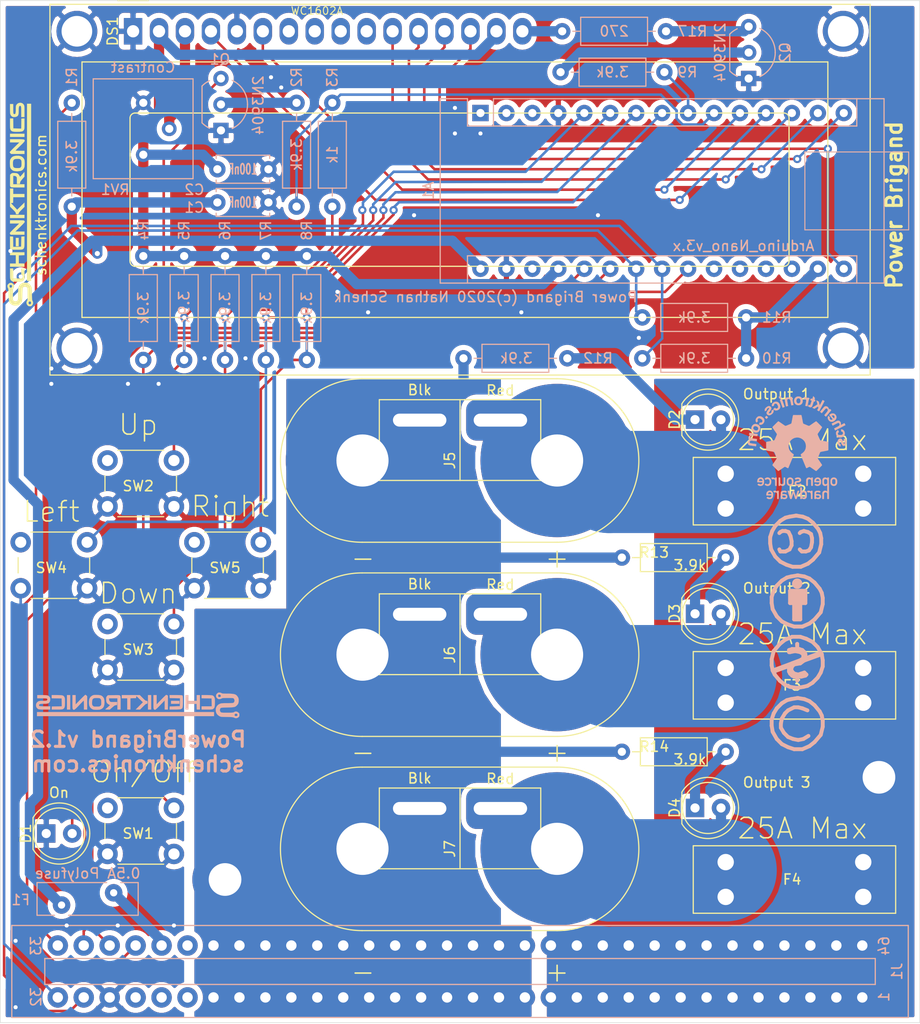
<source format=kicad_pcb>
(kicad_pcb (version 20171130) (host pcbnew "(5.1.5)-3")
  (title_block (title "PowerBrigand PCB") (date 2020-08-08) (rev 1.2) (company "N. Schenk") (comment 1 "(c) 2020") (comment 2 cc-by-nc-sa))
  (layers (0 F.Cu signal) (31 B.Cu signal) (34 B.Paste user hide) (35 F.Paste user hide) (36 B.SilkS user) (37 F.SilkS user) (38 B.Mask user) (39 F.Mask user hide) (44 Edge.Cuts user))
  (net 0 "")
  (net 1 "Net-(A1-Pad1)")
  (net 2 +3V3)
  (net 3 "Net-(A1-Pad2)")
  (net 4 "Net-(A1-Pad18)")
  (net 5 "Net-(A1-Pad3)")
  (net 6 "Net-(A1-Pad19)")
  (net 7 GND)
  (net 8 "Net-(A1-Pad20)")
  (net 9 Up)
  (net 10 "Net-(A1-Pad21)")
  (net 11 Down)
  (net 12 OnOff)
  (net 13 Left)
  (net 14 SDA)
  (net 15 Right)
  (net 16 SCL)
  (net 17 lcdBL)
  (net 18 PsOk)
  (net 19 PsOnS)
  (net 20 Imon)
  (net 21 lcdE)
  (net 22 +5V)
  (net 23 lcdRS)
  (net 24 "Net-(A1-Pad28)")
  (net 25 lcd4)
  (net 26 lcd5)
  (net 27 +12V)
  (net 28 lcd6)
  (net 29 lcd7)
  (net 30 "Net-(D1-Pad2)")
  (net 31 "Net-(D2-Pad2)")
  (net 32 GNDPWR)
  (net 33 "Net-(D3-Pad2)")
  (net 34 "Net-(D4-Pad2)")
  (net 35 "Net-(DS1-Pad3)")
  (net 36 "Net-(DS1-Pad7)")
  (net 37 "Net-(DS1-Pad8)")
  (net 38 "Net-(DS1-Pad9)")
  (net 39 "Net-(DS1-Pad10)")
  (net 40 "Net-(DS1-Pad16)")
  (net 41 "Net-(F1-Pad2)")
  (net 42 +12P)
  (net 43 Adr0)
  (net 44 Adr1)
  (net 45 Adr2)
  (net 46 PsOn)
  (net 47 "Net-(J1-Pad36)")
  (net 48 PsInterrupt)
  (net 49 "Net-(Q1-Pad2)")
  (net 50 "Net-(Q2-Pad2)")
  (net 51 "Net-(Q2-Pad3)")
  (net 52 "Net-(D2-Pad1)")
  (net 53 "Net-(D3-Pad1)")
  (net 54 "Net-(D4-Pad1)")
  (module _NTSFootprints:Symbol_CC-Noncommercial_SilkTop_Small (layer B.Cu) (at 175.764 94.41)
    (fp_text reference REF** hide)
    (fp_text value Symbol_CC-Noncommercial_SilkTop_Small hide)
  )
  (module MountingHole:MountingHole_3.2mm_M3_Pad (layer F.Cu) (at 119.764 115.66)
    (fp_text reference REF** hide)
    (fp_text value MountingHole_3.2mm_M3_Pad)
    (pad 1 thru_hole circle (at 0 0) (size 6.4 6.4) (drill 3.2) (layers *.Cu *.Mask) (net 32 GNDPWR))
  )
  (module MountingHole:MountingHole_3.2mm_M3_Pad (layer F.Cu) (at 183.764 105.66)
    (fp_text reference REF** hide)
    (fp_text value MountingHole_3.2mm_M3_Pad)
    (pad 1 thru_hole circle (at 0 0) (size 6.4 6.4) (drill 3.2) (layers *.Cu *.Mask) (net 42 +12P))
  )
  (module Package_TO_SOT_THT:TO-92_Inline_Wide (layer B.Cu) (at 171.014 37.28 90)
    (fp_text reference Q2 (at 2.54 3.56 90) (layer B.SilkS) (effects (justify mirror)))
    (fp_text value 2N3904 (at 2.54 -2.79 90) (layer B.SilkS) (effects (justify mirror)))
    (pad 1 thru_hole rect (at 0 0) (size 1.5 1.5) (drill 0.8) (layers *.Cu *.Mask) (net 7 GND))
    (pad 3 thru_hole circle (at 5.08 0) (size 1.5 1.5) (drill 0.8) (layers *.Cu *.Mask) (net 51 "Net-(Q2-Pad3)"))
    (pad 2 thru_hole circle (at 2.54 0) (size 1.5 1.5) (drill 0.8) (layers *.Cu *.Mask) (net 50 "Net-(Q2-Pad2)"))
  )
  (module Package_TO_SOT_THT:TO-92_Inline_Wide (layer B.Cu) (at 119.364 42.36 90)
    (fp_text reference Q1 (at 6.95 -0.1 180) (layer B.SilkS) (effects (justify mirror)))
    (fp_text value 2N3904 (at 2.45 3.65 90) (layer B.SilkS) (effects (justify mirror)))
    (pad 1 thru_hole rect (at 0 0) (size 1.5 1.5) (drill 0.8) (layers *.Cu *.Mask) (net 7 GND))
    (pad 3 thru_hole circle (at 5.08 0) (size 1.5 1.5) (drill 0.8) (layers *.Cu *.Mask) (net 46 PsOn))
    (pad 2 thru_hole circle (at 2.54 0) (size 1.5 1.5) (drill 0.8) (layers *.Cu *.Mask) (net 49 "Net-(Q1-Pad2)"))
  )
  (module _NTSFootprints:SchentronicsLogo (layer F.Cu) (at 99.764 49.66 90)
    (fp_text reference G*** hide)
    (fp_text value LOGO hide)
  )
  (module _NTSFootprints:SchentronicsLogo (layer B.Cu) (at 111.264 98.66 180)
    (fp_text reference G*** hide)
    (fp_text value LOGO hide)
  )
  (module _NTSFootprints:Symbol_CreativeCommons_CopperTop_Type2_Small (layer B.Cu) (at 175.764 82.66 180)
    (fp_text reference REF** hide)
    (fp_text value Symbol_CreativeCommons_SilkTop_Type2_Small hide)
  )
  (module _NTSFootprints:Symbol_CC-ShareAlike_SilkTop_Small (layer B.Cu) (at 175.764 100.41 180)
    (fp_text reference REF** hide)
    (fp_text value Symbol_CC-ShareAlike_SilkTop_Small hide)
  )
  (module _NTSFootprints:Symbol_CC-Attribution_SilkTop_Small (layer B.Cu) (at 175.764 88.41 180)
    (fp_text reference REF** hide)
    (fp_text value Symbol_CC-Attribution_SilkTop_Small hide)
  )
  (module _NTSFootprints:schenktronics.com_OSHW_Logo_11x11mm (layer B.Cu) (at 175.764 73.16 180)
    (fp_text reference G*** hide)
    (fp_text value LOGO hide)
  )
  (module _NTSFootprints:FuseHolder_Keystone_3557-2 (layer F.Cu) (at 168.764 77.66 90)
    (fp_text reference F2 (at 0 7) (layer F.SilkS))
    (fp_text value "25A Max" (at 5 7.5) (layer F.SilkS) (effects (font (size 2 2))))
    (pad 2 thru_hole circle (at -1.7018 13.462 90) (size 3.175 3.175) (drill 1.6002) (layers *.Cu *.Mask) (net 42 +12P))
    (pad 2 thru_hole circle (at 1.7018 13.462 90) (size 3.175 3.175) (drill 1.6002) (layers *.Cu *.Mask) (net 42 +12P))
    (pad 1 thru_hole circle (at 1.7018 0 90) (size 3.175 3.175) (drill 1.6002) (layers *.Cu *.Mask) (net 31 "Net-(D2-Pad2)"))
    (pad 1 thru_hole circle (at -1.7018 0 90) (size 3.175 3.175) (drill 1.6002) (layers *.Cu *.Mask) (net 31 "Net-(D2-Pad2)"))
  )
  (module _NTSFootprints:FuseHolder_Keystone_3557-2 (layer F.Cu) (at 168.764 96.66 90)
    (fp_text reference F3 (at 0 6.5) (layer F.SilkS))
    (fp_text value "25A Max" (at 5 7.5) (layer F.SilkS) (effects (font (size 2 2))))
    (pad 2 thru_hole circle (at -1.7018 13.462 90) (size 3.175 3.175) (drill 1.6002) (layers *.Cu *.Mask) (net 42 +12P))
    (pad 2 thru_hole circle (at 1.7018 13.462 90) (size 3.175 3.175) (drill 1.6002) (layers *.Cu *.Mask) (net 42 +12P))
    (pad 1 thru_hole circle (at 1.7018 0 90) (size 3.175 3.175) (drill 1.6002) (layers *.Cu *.Mask) (net 33 "Net-(D3-Pad2)"))
    (pad 1 thru_hole circle (at -1.7018 0 90) (size 3.175 3.175) (drill 1.6002) (layers *.Cu *.Mask) (net 33 "Net-(D3-Pad2)"))
  )
  (module _NTSFootprints:FuseHolder_Keystone_3557-2 (layer F.Cu) (at 168.764 115.66 90)
    (fp_text reference F4 (at 0 6.5) (layer F.SilkS))
    (fp_text value "25A Max" (at 5 7.5) (layer F.SilkS) (effects (font (size 2 2))))
    (pad 2 thru_hole circle (at -1.7018 13.462 90) (size 3.175 3.175) (drill 1.6002) (layers *.Cu *.Mask) (net 42 +12P))
    (pad 2 thru_hole circle (at 1.7018 13.462 90) (size 3.175 3.175) (drill 1.6002) (layers *.Cu *.Mask) (net 42 +12P))
    (pad 1 thru_hole circle (at 1.7018 0 90) (size 3.175 3.175) (drill 1.6002) (layers *.Cu *.Mask) (net 34 "Net-(D4-Pad2)"))
    (pad 1 thru_hole circle (at -1.7018 0 90) (size 3.175 3.175) (drill 1.6002) (layers *.Cu *.Mask) (net 34 "Net-(D4-Pad2)"))
  )
  (module _NTSFootprints:Arduino_Nano (layer B.Cu) (at 144.764 40.66 270)
    (fp_text reference A1 (at 7.62 5.08 90) (layer B.SilkS) (effects (justify mirror)))
    (fp_text value Arduino_Nano_v3.x (at 13 -25.75 180) (layer B.SilkS) (effects (justify mirror)))
    (pad 16 thru_hole oval (at 15.24 -35.56 270) (size 1.6 1.6) (drill 0.8) (layers *.Cu *.Mask) (net 29 lcd7))
    (pad 15 thru_hole oval (at 0 -35.56 270) (size 1.6 1.6) (drill 0.8) (layers *.Cu *.Mask) (net 28 lcd6))
    (pad 30 thru_hole oval (at 15.24 0 270) (size 1.6 1.6) (drill 0.8) (layers *.Cu *.Mask) (net 27 +12V))
    (pad 14 thru_hole oval (at 0 -33.02 270) (size 1.6 1.6) (drill 0.8) (layers *.Cu *.Mask) (net 26 lcd5))
    (pad 29 thru_hole oval (at 15.24 -2.54 270) (size 1.6 1.6) (drill 0.8) (layers *.Cu *.Mask) (net 7 GND))
    (pad 13 thru_hole oval (at 0 -30.48 270) (size 1.6 1.6) (drill 0.8) (layers *.Cu *.Mask) (net 25 lcd4))
    (pad 28 thru_hole oval (at 15.24 -5.08 270) (size 1.6 1.6) (drill 0.8) (layers *.Cu *.Mask) (net 24 "Net-(A1-Pad28)"))
    (pad 12 thru_hole oval (at 0 -27.94 270) (size 1.6 1.6) (drill 0.8) (layers *.Cu *.Mask) (net 23 lcdRS))
    (pad 27 thru_hole oval (at 15.24 -7.62 270) (size 1.6 1.6) (drill 0.8) (layers *.Cu *.Mask) (net 22 +5V))
    (pad 11 thru_hole oval (at 0 -25.4 270) (size 1.6 1.6) (drill 0.8) (layers *.Cu *.Mask) (net 21 lcdE))
    (pad 26 thru_hole oval (at 15.24 -10.16 270) (size 1.6 1.6) (drill 0.8) (layers *.Cu *.Mask) (net 20 Imon))
    (pad 10 thru_hole oval (at 0 -22.86 270) (size 1.6 1.6) (drill 0.8) (layers *.Cu *.Mask) (net 19 PsOnS))
    (pad 25 thru_hole oval (at 15.24 -12.7 270) (size 1.6 1.6) (drill 0.8) (layers *.Cu *.Mask) (net 18 PsOk))
    (pad 9 thru_hole oval (at 0 -20.32 270) (size 1.6 1.6) (drill 0.8) (layers *.Cu *.Mask) (net 17 lcdBL))
    (pad 24 thru_hole oval (at 15.24 -15.24 270) (size 1.6 1.6) (drill 0.8) (layers *.Cu *.Mask) (net 16 SCL))
    (pad 8 thru_hole oval (at 0 -17.78 270) (size 1.6 1.6) (drill 0.8) (layers *.Cu *.Mask) (net 15 Right))
    (pad 23 thru_hole oval (at 15.24 -17.78 270) (size 1.6 1.6) (drill 0.8) (layers *.Cu *.Mask) (net 14 SDA))
    (pad 7 thru_hole oval (at 0 -15.24 270) (size 1.6 1.6) (drill 0.8) (layers *.Cu *.Mask) (net 13 Left))
    (pad 22 thru_hole oval (at 15.24 -20.32 270) (size 1.6 1.6) (drill 0.8) (layers *.Cu *.Mask) (net 12 OnOff))
    (pad 6 thru_hole oval (at 0 -12.7 270) (size 1.6 1.6) (drill 0.8) (layers *.Cu *.Mask) (net 11 Down))
    (pad 21 thru_hole oval (at 15.24 -22.86 270) (size 1.6 1.6) (drill 0.8) (layers *.Cu *.Mask) (net 10 "Net-(A1-Pad21)"))
    (pad 5 thru_hole oval (at 0 -10.16 270) (size 1.6 1.6) (drill 0.8) (layers *.Cu *.Mask) (net 9 Up))
    (pad 20 thru_hole oval (at 15.24 -25.4 270) (size 1.6 1.6) (drill 0.8) (layers *.Cu *.Mask) (net 8 "Net-(A1-Pad20)"))
    (pad 4 thru_hole oval (at 0 -7.62 270) (size 1.6 1.6) (drill 0.8) (layers *.Cu *.Mask) (net 7 GND))
    (pad 19 thru_hole oval (at 15.24 -27.94 270) (size 1.6 1.6) (drill 0.8) (layers *.Cu *.Mask) (net 6 "Net-(A1-Pad19)"))
    (pad 3 thru_hole oval (at 0 -5.08 270) (size 1.6 1.6) (drill 0.8) (layers *.Cu *.Mask) (net 5 "Net-(A1-Pad3)"))
    (pad 18 thru_hole oval (at 15.24 -30.48 270) (size 1.6 1.6) (drill 0.8) (layers *.Cu *.Mask) (net 4 "Net-(A1-Pad18)"))
    (pad 2 thru_hole oval (at 0 -2.54 270) (size 1.6 1.6) (drill 0.8) (layers *.Cu *.Mask) (net 3 "Net-(A1-Pad2)"))
    (pad 17 thru_hole oval (at 15.24 -33.02 270) (size 1.6 1.6) (drill 0.8) (layers *.Cu *.Mask) (net 2 +3V3))
    (pad 1 thru_hole rect (at 0 0 270) (size 1.6 1.6) (drill 0.8) (layers *.Cu *.Mask) (net 1 "Net-(A1-Pad1)"))
  )
  (module _NTSFootprints:BindingPost_Keystone_7019 (layer F.Cu) (at 152.264 74.66 180)
    (fp_text reference J2 hide)
    (fp_text value "Binding Post")
    (pad 2 thru_hole circle (at 19.048 0 180) (size 15 15) (drill 5.1) (layers *.Cu *.Mask) (net 32 GNDPWR))
    (pad 1 thru_hole circle (at 0 0 180) (size 15 15) (drill 5.1) (layers *.Cu *.Mask) (net 31 "Net-(D2-Pad2)"))
  )
  (module _NTSFootprints:BindingPost_Keystone_7019 (layer F.Cu) (at 152.264 93.66 180)
    (fp_text reference J3 hide)
    (fp_text value "Binding Post")
    (pad 2 thru_hole circle (at 19.048 0 180) (size 15 15) (drill 5.1) (layers *.Cu *.Mask) (net 32 GNDPWR))
    (pad 1 thru_hole circle (at 0 0 180) (size 15 15) (drill 5.1) (layers *.Cu *.Mask) (net 33 "Net-(D3-Pad2)"))
  )
  (module _NTSFootprints:BindingPost_Keystone_7019 (layer F.Cu) (at 152.264 112.66 180)
    (fp_text reference J4 hide)
    (fp_text value "Binding Post")
    (pad 2 thru_hole circle (at 19.048 0 180) (size 15 15) (drill 5.1) (layers *.Cu *.Mask) (net 32 GNDPWR))
    (pad 1 thru_hole circle (at 0 0 180) (size 15 15) (drill 5.1) (layers *.Cu *.Mask) (net 34 "Net-(D4-Pad2)"))
  )
  (module LED_THT:LED_D5.0mm (layer F.Cu) (at 102.264 111.16)
    (fp_text reference D1 (at -2 0 -270 unlocked) (layer F.SilkS))
    (fp_text value On (at 1.25 -4) (layer F.SilkS))
    (pad 1 thru_hole rect (at 0 0) (size 1.8 1.8) (drill 0.9) (layers *.Cu *.Mask) (net 7 GND))
    (pad 2 thru_hole circle (at 2.54 0) (size 1.8 1.8) (drill 0.9) (layers *.Cu *.Mask) (net 30 "Net-(D1-Pad2)"))
  )
  (module LED_THT:LED_D5.0mm (layer F.Cu) (at 165.764 70.66)
    (fp_text reference D2 (at -2 0 90 unlocked) (layer F.SilkS))
    (fp_text value "Output 1" (at 8 -2.5) (layer F.SilkS))
    (pad 2 thru_hole circle (at 2.54 0) (size 1.8 1.8) (drill 0.9) (layers *.Cu *.Mask) (net 31 "Net-(D2-Pad2)"))
    (pad 1 thru_hole rect (at 0 0) (size 1.8 1.8) (drill 0.9) (layers *.Cu *.Mask) (net 52 "Net-(D2-Pad1)"))
  )
  (module LED_THT:LED_D5.0mm (layer F.Cu) (at 165.764 89.66)
    (fp_text reference D3 (at -2 0 90 unlocked) (layer F.SilkS))
    (fp_text value "Output 2" (at 8 -2.5) (layer F.SilkS))
    (pad 1 thru_hole rect (at 0 0) (size 1.8 1.8) (drill 0.9) (layers *.Cu *.Mask) (net 53 "Net-(D3-Pad1)"))
    (pad 2 thru_hole circle (at 2.54 0) (size 1.8 1.8) (drill 0.9) (layers *.Cu *.Mask) (net 33 "Net-(D3-Pad2)"))
  )
  (module LED_THT:LED_D5.0mm (layer F.Cu) (at 165.764 108.66)
    (fp_text reference D4 (at -2 0 90 unlocked) (layer F.SilkS))
    (fp_text value "Output 3" (at 8 -2.5) (layer F.SilkS))
    (pad 2 thru_hole circle (at 2.54 0) (size 1.8 1.8) (drill 0.9) (layers *.Cu *.Mask) (net 34 "Net-(D4-Pad2)"))
    (pad 1 thru_hole rect (at 0 0) (size 1.8 1.8) (drill 0.9) (layers *.Cu *.Mask) (net 54 "Net-(D4-Pad1)"))
  )
  (module Fuse:Fuse_Bourns_MF-RHT100 (layer B.Cu) (at 103.764 118.16)
    (fp_text reference F1 (at -4 -0.5) (layer B.SilkS) (effects (justify mirror)))
    (fp_text value "0.5A Polyfuse" (at 2.55 -3.1) (layer B.SilkS) (effects (justify mirror)))
    (pad 1 thru_hole circle (at 0 0) (size 1.71 1.71) (drill 0.71) (layers *.Cu *.Mask) (net 27 +12V))
    (pad 2 thru_hole circle (at 5.1 -1.2) (size 1.71 1.71) (drill 0.71) (layers *.Cu *.Mask) (net 41 "Net-(F1-Pad2)"))
  )
  (module Resistor_THT:R_Axial_DIN0207_L6.3mm_D2.5mm_P10.16mm_Horizontal (layer B.Cu) (at 104.764 49.82 90)
    (fp_text reference R1 (at 12.66 0 270) (layer B.SilkS) (effects (justify mirror)))
    (fp_text value 3.9k (at 4.91 0 270) (layer B.SilkS) (effects (justify mirror)))
    (pad 1 thru_hole circle (at 0 0 90) (size 1.6 1.6) (drill 0.8) (layers *.Cu *.Mask) (net 27 +12V))
    (pad 2 thru_hole oval (at 10.16 0 90) (size 1.6 1.6) (drill 0.8) (layers *.Cu *.Mask) (net 47 "Net-(J1-Pad36)"))
  )
  (module Resistor_THT:R_Axial_DIN0207_L6.3mm_D2.5mm_P10.16mm_Horizontal (layer B.Cu) (at 126.764 39.66 270)
    (fp_text reference R2 (at -2.5 0 90) (layer B.SilkS) (effects (justify mirror)))
    (fp_text value 3.9k (at 5.08 0 90) (layer B.SilkS) (effects (justify mirror)))
    (pad 2 thru_hole oval (at 10.16 0 270) (size 1.6 1.6) (drill 0.8) (layers *.Cu *.Mask) (net 19 PsOnS))
    (pad 1 thru_hole circle (at 0 0 270) (size 1.6 1.6) (drill 0.8) (layers *.Cu *.Mask) (net 49 "Net-(Q1-Pad2)"))
  )
  (module Resistor_THT:R_Axial_DIN0207_L6.3mm_D2.5mm_P10.16mm_Horizontal (layer B.Cu) (at 130.264 39.66 270)
    (fp_text reference R3 (at -2.5 0 90) (layer B.SilkS) (effects (justify mirror)))
    (fp_text value 1k (at 5.08 0 90) (layer B.SilkS) (effects (justify mirror)))
    (pad 2 thru_hole oval (at 10.16 0 270) (size 1.6 1.6) (drill 0.8) (layers *.Cu *.Mask) (net 30 "Net-(D1-Pad2)"))
    (pad 1 thru_hole circle (at 0 0 270) (size 1.6 1.6) (drill 0.8) (layers *.Cu *.Mask) (net 19 PsOnS))
  )
  (module Resistor_THT:R_Axial_DIN0207_L6.3mm_D2.5mm_P10.16mm_Horizontal (layer B.Cu) (at 111.764 54.66 270)
    (fp_text reference R4 (at -2.5 0 90) (layer B.SilkS) (effects (justify mirror)))
    (fp_text value 3.9k (at 5.08 0 90) (layer B.SilkS) (effects (justify mirror)))
    (pad 1 thru_hole circle (at 0 0 270) (size 1.6 1.6) (drill 0.8) (layers *.Cu *.Mask) (net 22 +5V))
    (pad 2 thru_hole oval (at 10.16 0 270) (size 1.6 1.6) (drill 0.8) (layers *.Cu *.Mask) (net 12 OnOff))
  )
  (module Resistor_THT:R_Axial_DIN0207_L6.3mm_D2.5mm_P10.16mm_Horizontal (layer B.Cu) (at 115.764 54.66 270)
    (fp_text reference R5 (at -2.5 0 90) (layer B.SilkS) (effects (justify mirror)))
    (fp_text value 3.9k (at 5 0 90) (layer B.SilkS) (effects (justify mirror)))
    (pad 2 thru_hole oval (at 10.16 0 270) (size 1.6 1.6) (drill 0.8) (layers *.Cu *.Mask) (net 9 Up))
    (pad 1 thru_hole circle (at 0 0 270) (size 1.6 1.6) (drill 0.8) (layers *.Cu *.Mask) (net 22 +5V))
  )
  (module Resistor_THT:R_Axial_DIN0207_L6.3mm_D2.5mm_P10.16mm_Horizontal (layer B.Cu) (at 119.764 54.66 270)
    (fp_text reference R6 (at -2.5 0 90) (layer B.SilkS) (effects (justify mirror)))
    (fp_text value 3.9k (at 5.08 0 90) (layer B.SilkS) (effects (justify mirror)))
    (pad 1 thru_hole circle (at 0 0 270) (size 1.6 1.6) (drill 0.8) (layers *.Cu *.Mask) (net 22 +5V))
    (pad 2 thru_hole oval (at 10.16 0 270) (size 1.6 1.6) (drill 0.8) (layers *.Cu *.Mask) (net 11 Down))
  )
  (module Resistor_THT:R_Axial_DIN0207_L6.3mm_D2.5mm_P10.16mm_Horizontal (layer B.Cu) (at 123.764 54.66 270)
    (fp_text reference R7 (at -2.5 0 90) (layer B.SilkS) (effects (justify mirror)))
    (fp_text value 3.9k (at 5.08 0 90) (layer B.SilkS) (effects (justify mirror)))
    (pad 2 thru_hole oval (at 10.16 0 270) (size 1.6 1.6) (drill 0.8) (layers *.Cu *.Mask) (net 13 Left))
    (pad 1 thru_hole circle (at 0 0 270) (size 1.6 1.6) (drill 0.8) (layers *.Cu *.Mask) (net 22 +5V))
  )
  (module Resistor_THT:R_Axial_DIN0207_L6.3mm_D2.5mm_P10.16mm_Horizontal (layer B.Cu) (at 127.764 54.66 270)
    (fp_text reference R8 (at -2.5 0 90) (layer B.SilkS) (effects (justify mirror)))
    (fp_text value 3.9k (at 5.08 0 90) (layer B.SilkS) (effects (justify mirror)))
    (pad 1 thru_hole circle (at 0 0 270) (size 1.6 1.6) (drill 0.8) (layers *.Cu *.Mask) (net 22 +5V))
    (pad 2 thru_hole oval (at 10.16 0 270) (size 1.6 1.6) (drill 0.8) (layers *.Cu *.Mask) (net 15 Right))
  )
  (module Resistor_THT:R_Axial_DIN0207_L6.3mm_D2.5mm_P10.16mm_Horizontal (layer B.Cu) (at 152.604 36.66)
    (fp_text reference R9 (at 12.41 0 180) (layer B.SilkS) (effects (justify mirror)))
    (fp_text value 3.9k (at 5.08 0 180) (layer B.SilkS) (effects (justify mirror)))
    (pad 2 thru_hole oval (at 10.16 0) (size 1.6 1.6) (drill 0.8) (layers *.Cu *.Mask) (net 17 lcdBL))
    (pad 1 thru_hole circle (at 0 0) (size 1.6 1.6) (drill 0.8) (layers *.Cu *.Mask) (net 50 "Net-(Q2-Pad2)"))
  )
  (module Resistor_THT:R_Axial_DIN0207_L6.3mm_D2.5mm_P10.16mm_Horizontal (layer B.Cu) (at 170.764 64.66 180)
    (fp_text reference R10 (at -3 0 180) (layer B.SilkS) (effects (justify mirror)))
    (fp_text value 3.9k (at 5.08 0 180) (layer B.SilkS) (effects (justify mirror)))
    (pad 1 thru_hole circle (at 0 0 180) (size 1.6 1.6) (drill 0.8) (layers *.Cu *.Mask) (net 2 +3V3))
    (pad 2 thru_hole oval (at 10.16 0 180) (size 1.6 1.6) (drill 0.8) (layers *.Cu *.Mask) (net 14 SDA))
  )
  (module Resistor_THT:R_Axial_DIN0207_L6.3mm_D2.5mm_P10.16mm_Horizontal (layer B.Cu) (at 170.764 60.66 180)
    (fp_text reference R11 (at -3 0) (layer B.SilkS) (effects (justify mirror)))
    (fp_text value 3.9k (at 5.08 0) (layer B.SilkS) (effects (justify mirror)))
    (pad 2 thru_hole oval (at 10.16 0 180) (size 1.6 1.6) (drill 0.8) (layers *.Cu *.Mask) (net 16 SCL))
    (pad 1 thru_hole circle (at 0 0 180) (size 1.6 1.6) (drill 0.8) (layers *.Cu *.Mask) (net 2 +3V3))
  )
  (module Resistor_THT:R_Axial_DIN0207_L6.3mm_D2.5mm_P10.16mm_Horizontal (layer B.Cu) (at 153.264 64.66 180)
    (fp_text reference R12 (at -3 0 180) (layer B.SilkS) (effects (justify mirror)))
    (fp_text value 3.9k (at 5 0 180) (layer B.SilkS) (effects (justify mirror)))
    (pad 2 thru_hole oval (at 10.16 0 180) (size 1.6 1.6) (drill 0.8) (layers *.Cu *.Mask) (net 32 GNDPWR))
    (pad 1 thru_hole circle (at 0 0 180) (size 1.6 1.6) (drill 0.8) (layers *.Cu *.Mask) (net 52 "Net-(D2-Pad1)"))
  )
  (module Resistor_THT:R_Axial_DIN0207_L6.3mm_D2.5mm_P10.16mm_Horizontal (layer F.Cu) (at 168.764 84.16 180)
    (fp_text reference R13 (at 7 0.5 unlocked) (layer F.SilkS))
    (fp_text value 3.9k (at 3.5 -0.75) (layer F.SilkS))
    (pad 1 thru_hole circle (at 0 0 180) (size 1.6 1.6) (drill 0.8) (layers *.Cu *.Mask) (net 53 "Net-(D3-Pad1)"))
    (pad 2 thru_hole oval (at 10.16 0 180) (size 1.6 1.6) (drill 0.8) (layers *.Cu *.Mask) (net 32 GNDPWR))
  )
  (module Resistor_THT:R_Axial_DIN0207_L6.3mm_D2.5mm_P10.16mm_Horizontal (layer F.Cu) (at 168.764 103.16 180)
    (fp_text reference R14 (at 7 0.5 unlocked) (layer F.SilkS))
    (fp_text value 3.9k (at 3.5 -0.75) (layer F.SilkS))
    (pad 2 thru_hole oval (at 10.16 0 180) (size 1.6 1.6) (drill 0.8) (layers *.Cu *.Mask) (net 32 GNDPWR))
    (pad 1 thru_hole circle (at 0 0 180) (size 1.6 1.6) (drill 0.8) (layers *.Cu *.Mask) (net 54 "Net-(D4-Pad1)"))
  )
  (module Resistor_THT:R_Axial_DIN0207_L6.3mm_D2.5mm_P10.16mm_Horizontal (layer B.Cu) (at 152.764 32.66)
    (fp_text reference R17 (at 12.75 0 180) (layer B.SilkS) (effects (justify mirror)))
    (fp_text value 270 (at 5.08 0 180) (layer B.SilkS) (effects (justify mirror)))
    (pad 1 thru_hole circle (at 0 0) (size 1.6 1.6) (drill 0.8) (layers *.Cu *.Mask) (net 40 "Net-(DS1-Pad16)"))
    (pad 2 thru_hole oval (at 10.16 0) (size 1.6 1.6) (drill 0.8) (layers *.Cu *.Mask) (net 51 "Net-(Q2-Pad3)"))
  )
  (module Potentiometer_THT:Potentiometer_Bourns_3386P_Vertical (layer B.Cu) (at 111.764 39.66)
    (fp_text reference RV1 (at -2.75 8.5) (layer B.SilkS) (effects (justify mirror)))
    (fp_text value Contrast (at -0.015 -3.475) (layer B.SilkS) (effects (justify mirror)))
    (pad 3 thru_hole circle (at 0 5.08) (size 1.44 1.44) (drill 0.8) (layers *.Cu *.Mask) (net 22 +5V))
    (pad 2 thru_hole circle (at 2.54 2.54) (size 1.44 1.44) (drill 0.8) (layers *.Cu *.Mask) (net 35 "Net-(DS1-Pad3)"))
    (pad 1 thru_hole circle (at 0 0) (size 1.44 1.44) (drill 0.8) (layers *.Cu *.Mask) (net 7 GND))
  )
  (module Button_Switch_THT:SW_PUSH_6mm_H13mm (layer F.Cu) (at 108.264 108.66)
    (fp_text reference SW1 (at 3 2.5 unlocked) (layer F.SilkS))
    (fp_text value On/Off (at 3.5 -3.5) (layer F.SilkS) (effects (font (size 2 2))))
    (pad 2 thru_hole circle (at 0 4.5 90) (size 2 2) (drill 1.1) (layers *.Cu *.Mask) (net 7 GND))
    (pad 1 thru_hole circle (at 0 0 90) (size 2 2) (drill 1.1) (layers *.Cu *.Mask) (net 12 OnOff))
    (pad 2 thru_hole circle (at 6.5 4.5 90) (size 2 2) (drill 1.1) (layers *.Cu *.Mask) (net 7 GND))
    (pad 1 thru_hole circle (at 6.5 0 90) (size 2 2) (drill 1.1) (layers *.Cu *.Mask) (net 12 OnOff))
  )
  (module Button_Switch_THT:SW_PUSH_6mm_H13mm (layer F.Cu) (at 108.264 74.66)
    (fp_text reference SW2 (at 3 2.5 unlocked) (layer F.SilkS))
    (fp_text value Up (at 3 -3.5) (layer F.SilkS) (effects (font (size 2 2))))
    (pad 1 thru_hole circle (at 6.5 0 90) (size 2 2) (drill 1.1) (layers *.Cu *.Mask) (net 9 Up))
    (pad 2 thru_hole circle (at 6.5 4.5 90) (size 2 2) (drill 1.1) (layers *.Cu *.Mask) (net 7 GND))
    (pad 1 thru_hole circle (at 0 0 90) (size 2 2) (drill 1.1) (layers *.Cu *.Mask) (net 9 Up))
    (pad 2 thru_hole circle (at 0 4.5 90) (size 2 2) (drill 1.1) (layers *.Cu *.Mask) (net 7 GND))
  )
  (module Button_Switch_THT:SW_PUSH_6mm_H13mm (layer F.Cu) (at 108.264 90.66)
    (fp_text reference SW3 (at 3 2.5 unlocked) (layer F.SilkS))
    (fp_text value Down (at 3 -3) (layer F.SilkS) (effects (font (size 2 2))))
    (pad 2 thru_hole circle (at 0 4.5 90) (size 2 2) (drill 1.1) (layers *.Cu *.Mask) (net 7 GND))
    (pad 1 thru_hole circle (at 0 0 90) (size 2 2) (drill 1.1) (layers *.Cu *.Mask) (net 11 Down))
    (pad 2 thru_hole circle (at 6.5 4.5 90) (size 2 2) (drill 1.1) (layers *.Cu *.Mask) (net 7 GND))
    (pad 1 thru_hole circle (at 6.5 0 90) (size 2 2) (drill 1.1) (layers *.Cu *.Mask) (net 11 Down))
  )
  (module Button_Switch_THT:SW_PUSH_6mm_H13mm (layer F.Cu) (at 99.764 82.66)
    (fp_text reference SW4 (at 3 2.5 unlocked) (layer F.SilkS))
    (fp_text value Left (at 3 -3) (layer F.SilkS) (effects (font (size 2 2))))
    (pad 1 thru_hole circle (at 6.5 0 90) (size 2 2) (drill 1.1) (layers *.Cu *.Mask) (net 13 Left))
    (pad 2 thru_hole circle (at 6.5 4.5 90) (size 2 2) (drill 1.1) (layers *.Cu *.Mask) (net 7 GND))
    (pad 1 thru_hole circle (at 0 0 90) (size 2 2) (drill 1.1) (layers *.Cu *.Mask) (net 13 Left))
    (pad 2 thru_hole circle (at 0 4.5 90) (size 2 2) (drill 1.1) (layers *.Cu *.Mask) (net 7 GND))
  )
  (module Button_Switch_THT:SW_PUSH_6mm_H13mm (layer F.Cu) (at 116.764 82.66)
    (fp_text reference SW5 (at 3 2.5 unlocked) (layer F.SilkS))
    (fp_text value Right (at 3.5 -3.5) (layer F.SilkS) (effects (font (size 2 2))))
    (pad 2 thru_hole circle (at 0 4.5 90) (size 2 2) (drill 1.1) (layers *.Cu *.Mask) (net 7 GND))
    (pad 1 thru_hole circle (at 0 0 90) (size 2 2) (drill 1.1) (layers *.Cu *.Mask) (net 15 Right))
    (pad 2 thru_hole circle (at 6.5 4.5 90) (size 2 2) (drill 1.1) (layers *.Cu *.Mask) (net 7 GND))
    (pad 1 thru_hole circle (at 6.5 0 90) (size 2 2) (drill 1.1) (layers *.Cu *.Mask) (net 15 Right))
  )
  (module _NTSFootprints:FCI_10046971-001LF (layer B.Cu) (at 142.764 124.66 90)
    (fp_text reference J1 (at 0 42.77 90) (layer B.SilkS) (effects (justify mirror)))
    (fp_text value "64Pin Edge Card")
    (fp_text user 1 (at -2.5 41.5 90) (layer B.SilkS) (effects (justify mirror)))
    (fp_text user 32 (at -2.5 -41.5 -90) (layer B.SilkS) (effects (justify mirror)))
    (fp_text user 33 (at 2.5 -41.5 -90) (layer B.SilkS) (effects (justify mirror)))
    (fp_text user 64 (at 2.5 41.5 -90) (layer B.SilkS) (effects (justify mirror)))
    (pad 1 thru_hole circle (at -2.54 39.37 90) (size 2 2) (drill 1.02) (layers *.Cu *.Mask) (net 42 +12P))
    (pad 2 thru_hole circle (at -2.54 36.83 90) (size 2 2) (drill 1.02) (layers *.Cu *.Mask) (net 42 +12P))
    (pad 3 thru_hole circle (at -2.54 34.29 90) (size 2 2) (drill 1.02) (layers *.Cu *.Mask) (net 42 +12P))
    (pad 4 thru_hole circle (at -2.54 31.75 90) (size 2 2) (drill 1.02) (layers *.Cu *.Mask) (net 42 +12P))
    (pad 5 thru_hole circle (at -2.54 29.21 90) (size 2 2) (drill 1.02) (layers *.Cu *.Mask) (net 42 +12P))
    (pad 6 thru_hole circle (at -2.54 26.67 90) (size 2 2) (drill 1.02) (layers *.Cu *.Mask) (net 42 +12P))
    (pad 7 thru_hole circle (at -2.54 24.13 90) (size 2 2) (drill 1.02) (layers *.Cu *.Mask) (net 42 +12P))
    (pad 8 thru_hole circle (at -2.54 21.59 90) (size 2 2) (drill 1.02) (layers *.Cu *.Mask) (net 42 +12P))
    (pad 9 thru_hole circle (at -2.54 19.05 90) (size 2 2) (drill 1.02) (layers *.Cu *.Mask) (net 42 +12P))
    (pad 10 thru_hole circle (at -2.54 16.51 90) (size 2 2) (drill 1.02) (layers *.Cu *.Mask) (net 42 +12P))
    (pad 11 thru_hole circle (at -2.54 13.97 90) (size 2 2) (drill 1.02) (layers *.Cu *.Mask) (net 42 +12P))
    (pad 12 thru_hole circle (at -2.54 11.43 90) (size 2 2) (drill 1.02) (layers *.Cu *.Mask) (net 42 +12P))
    (pad 13 thru_hole circle (at -2.54 8.89 90) (size 2 2) (drill 1.02) (layers *.Cu *.Mask) (net 42 +12P))
    (pad 14 thru_hole circle (at -2.54 6.35 90) (size 2 2) (drill 1.02) (layers *.Cu *.Mask) (net 32 GNDPWR))
    (pad 15 thru_hole circle (at -2.54 3.81 90) (size 2 2) (drill 1.02) (layers *.Cu *.Mask) (net 32 GNDPWR))
    (pad 16 thru_hole circle (at -2.54 1.27 90) (size 2 2) (drill 1.02) (layers *.Cu *.Mask) (net 32 GNDPWR))
    (pad 17 thru_hole circle (at -2.54 -1.27 90) (size 2 2) (drill 1.02) (layers *.Cu *.Mask) (net 32 GNDPWR))
    (pad 18 thru_hole circle (at -2.54 -3.81 90) (size 2 2) (drill 1.02) (layers *.Cu *.Mask) (net 32 GNDPWR))
    (pad 19 thru_hole circle (at -2.54 -6.35 90) (size 2 2) (drill 1.02) (layers *.Cu *.Mask) (net 32 GNDPWR))
    (pad 20 thru_hole circle (at -2.54 -8.89 90) (size 2 2) (drill 1.02) (layers *.Cu *.Mask) (net 32 GNDPWR))
    (pad 21 thru_hole circle (at -2.54 -11.43 90) (size 2 2) (drill 1.02) (layers *.Cu *.Mask) (net 32 GNDPWR))
    (pad 22 thru_hole circle (at -2.54 -13.97 90) (size 2 2) (drill 1.02) (layers *.Cu *.Mask) (net 32 GNDPWR))
    (pad 23 thru_hole circle (at -2.54 -16.51 90) (size 2 2) (drill 1.02) (layers *.Cu *.Mask) (net 32 GNDPWR))
    (pad 24 thru_hole circle (at -2.54 -19.05 90) (size 2 2) (drill 1.02) (layers *.Cu *.Mask) (net 32 GNDPWR))
    (pad 25 thru_hole circle (at -2.54 -21.59 90) (size 2 2) (drill 1.02) (layers *.Cu *.Mask) (net 32 GNDPWR))
    (pad 26 thru_hole circle (at -2.54 -24.13 90) (size 2 2) (drill 1.02) (layers *.Cu *.Mask) (net 32 GNDPWR))
    (pad 27 thru_hole circle (at -2.54 -26.67 90) (size 2 2) (drill 1.02) (layers *.Cu *.Mask) (net 43 Adr0))
    (pad 28 thru_hole circle (at -2.54 -29.21 90) (size 2 2) (drill 1.02) (layers *.Cu *.Mask) (net 44 Adr1))
    (pad 29 thru_hole circle (at -2.54 -31.75 90) (size 2 2) (drill 1.02) (layers *.Cu *.Mask) (net 45 Adr2))
    (pad 30 thru_hole circle (at -2.54 -34.29 90) (size 2 2) (drill 1.02) (layers *.Cu *.Mask) (net 7 GND))
    (pad 31 thru_hole circle (at -2.54 -36.83 90) (size 2 2) (drill 1.02) (layers *.Cu *.Mask) (net 14 SDA))
    (pad 32 thru_hole circle (at -2.54 -39.37 90) (size 2 2) (drill 1.02) (layers *.Cu *.Mask) (net 16 SCL))
    (pad 33 thru_hole circle (at 2.54 -39.37 90) (size 2 2) (drill 1.02) (layers *.Cu *.Mask) (net 46 PsOn))
    (pad 34 thru_hole circle (at 2.54 -36.83 90) (size 2 2) (drill 1.02) (layers *.Cu *.Mask) (net 20 Imon))
    (pad 35 thru_hole circle (at 2.54 -34.29 90) (size 2 2) (drill 1.02) (layers *.Cu *.Mask) (net 18 PsOk))
    (pad 36 thru_hole circle (at 2.54 -31.75 90) (size 2 2) (drill 1.02) (layers *.Cu *.Mask) (net 47 "Net-(J1-Pad36)"))
    (pad 37 thru_hole circle (at 2.54 -29.21 90) (size 2 2) (drill 1.02) (layers *.Cu *.Mask) (net 41 "Net-(F1-Pad2)"))
    (pad 38 thru_hole circle (at 2.54 -26.67 90) (size 2 2) (drill 1.02) (layers *.Cu *.Mask) (net 48 PsInterrupt))
    (pad 39 thru_hole circle (at 2.54 -24.13 90) (size 2 2) (drill 1.02) (layers *.Cu *.Mask) (net 32 GNDPWR))
    (pad 40 thru_hole circle (at 2.54 -21.59 90) (size 2 2) (drill 1.02) (layers *.Cu *.Mask) (net 32 GNDPWR))
    (pad 41 thru_hole circle (at 2.54 -19.05 90) (size 2 2) (drill 1.02) (layers *.Cu *.Mask) (net 32 GNDPWR))
    (pad 42 thru_hole circle (at 2.54 -16.51 90) (size 2 2) (drill 1.02) (layers *.Cu *.Mask) (net 32 GNDPWR))
    (pad 43 thru_hole circle (at 2.54 -13.97 90) (size 2 2) (drill 1.02) (layers *.Cu *.Mask) (net 32 GNDPWR))
    (pad 44 thru_hole circle (at 2.54 -11.43 90) (size 2 2) (drill 1.02) (layers *.Cu *.Mask) (net 32 GNDPWR))
    (pad 45 thru_hole circle (at 2.54 -8.89 90) (size 2 2) (drill 1.02) (layers *.Cu *.Mask) (net 32 GNDPWR))
    (pad 46 thru_hole circle (at 2.54 -6.35 90) (size 2 2) (drill 1.02) (layers *.Cu *.Mask) (net 32 GNDPWR))
    (pad 47 thru_hole circle (at 2.54 -3.81 90) (size 2 2) (drill 1.02) (layers *.Cu *.Mask) (net 32 GNDPWR))
    (pad 48 thru_hole circle (at 2.54 -1.27 90) (size 2 2) (drill 1.02) (layers *.Cu *.Mask) (net 32 GNDPWR))
    (pad 49 thru_hole circle (at 2.54 1.27 90) (size 2 2) (drill 1.02) (layers *.Cu *.Mask) (net 32 GNDPWR))
    (pad 50 thru_hole circle (at 2.54 3.81 90) (size 2 2) (drill 1.02) (layers *.Cu *.Mask) (net 32 GNDPWR))
    (pad 51 thru_hole circle (at 2.54 6.35 90) (size 2 2) (drill 1.02) (layers *.Cu *.Mask) (net 32 GNDPWR))
    (pad 52 thru_hole circle (at 2.54 8.89 90) (size 2 2) (drill 1.02) (layers *.Cu *.Mask) (net 42 +12P))
    (pad 53 thru_hole circle (at 2.54 11.43 90) (size 2 2) (drill 1.02) (layers *.Cu *.Mask) (net 42 +12P))
    (pad 54 thru_hole circle (at 2.54 13.97 90) (size 2 2) (drill 1.02) (layers *.Cu *.Mask) (net 42 +12P))
    (pad 55 thru_hole circle (at 2.54 16.51 90) (size 2 2) (drill 1.02) (layers *.Cu *.Mask) (net 42 +12P))
    (pad 56 thru_hole circle (at 2.54 19.05 90) (size 2 2) (drill 1.02) (layers *.Cu *.Mask) (net 42 +12P))
    (pad 57 thru_hole circle (at 2.54 21.59 90) (size 2 2) (drill 1.02) (layers *.Cu *.Mask) (net 42 +12P))
    (pad 58 thru_hole circle (at 2.54 24.13 90) (size 2 2) (drill 1.02) (layers *.Cu *.Mask) (net 42 +12P))
    (pad 59 thru_hole circle (at 2.54 26.67 90) (size 2 2) (drill 1.02) (layers *.Cu *.Mask) (net 42 +12P))
    (pad 60 thru_hole circle (at 2.54 29.21 90) (size 2 2) (drill 1.02) (layers *.Cu *.Mask) (net 42 +12P))
    (pad 61 thru_hole circle (at 2.54 31.75 90) (size 2 2) (drill 1.02) (layers *.Cu *.Mask) (net 42 +12P))
    (pad 62 thru_hole circle (at 2.54 34.29 90) (size 2 2) (drill 1.02) (layers *.Cu *.Mask) (net 42 +12P))
    (pad 63 thru_hole circle (at 2.54 36.83 90) (size 2 2) (drill 1.02) (layers *.Cu *.Mask) (net 42 +12P))
    (pad 64 thru_hole circle (at 2.54 39.37 90) (size 2 2) (drill 1.02) (layers *.Cu *.Mask) (net 42 +12P))
  )
  (module Capacitor_THT:C_Disc_D5.0mm_W2.5mm_P5.00mm (layer B.Cu) (at 119.014 49.41)
    (fp_text reference C1 (at -2.25 0.5) (layer B.SilkS) (effects (justify mirror)))
    (fp_text value 100nF (at 2.5 0) (layer B.SilkS) (effects (font (size 1 0.6)) (justify mirror)))
    (pad 2 thru_hole circle (at 5 0) (size 1.6 1.6) (drill 0.8) (layers *.Cu *.Mask) (net 7 GND))
    (pad 1 thru_hole circle (at 0 0) (size 1.6 1.6) (drill 0.8) (layers *.Cu *.Mask) (net 27 +12V))
  )
  (module Capacitor_THT:C_Disc_D5.0mm_W2.5mm_P5.00mm (layer B.Cu) (at 119.014 46.16)
    (fp_text reference C2 (at -2.25 2) (layer B.SilkS) (effects (justify mirror)))
    (fp_text value 100nF (at 2.5 0) (layer B.SilkS) (effects (font (size 1 0.6)) (justify mirror)))
    (pad 1 thru_hole circle (at 0 0) (size 1.6 1.6) (drill 0.8) (layers *.Cu *.Mask) (net 22 +5V))
    (pad 2 thru_hole circle (at 5 0) (size 1.6 1.6) (drill 0.8) (layers *.Cu *.Mask) (net 7 GND))
  )
  (module _NTSFootprints:WC1602A_3mmHoles (layer F.Cu) (at 110.764 32.66)
    (fp_text reference DS1 (at -2 0 90) (layer F.SilkS))
    (fp_text value WC1602A (at 18 -2) (layer F.SilkS) (effects (font (size 0.75 0.75) (thickness 0.1))))
    (pad 1 thru_hole rect (at 0 0) (size 1.8 2.6) (drill 1.2) (layers *.Cu *.Mask) (net 7 GND))
    (pad 2 thru_hole oval (at 2.54 0) (size 1.8 2.6) (drill 1.2) (layers *.Cu *.Mask) (net 22 +5V))
    (pad 3 thru_hole oval (at 5.08 0) (size 1.8 2.6) (drill 1.2) (layers *.Cu *.Mask) (net 35 "Net-(DS1-Pad3)"))
    (pad 4 thru_hole oval (at 7.62 0) (size 1.8 2.6) (drill 1.2) (layers *.Cu *.Mask) (net 23 lcdRS))
    (pad 5 thru_hole oval (at 10.16 0) (size 1.8 2.6) (drill 1.2) (layers *.Cu *.Mask) (net 7 GND))
    (pad 6 thru_hole oval (at 12.7 0) (size 1.8 2.6) (drill 1.2) (layers *.Cu *.Mask) (net 21 lcdE))
    (pad 7 thru_hole oval (at 15.24 0) (size 1.8 2.6) (drill 1.2) (layers *.Cu *.Mask) (net 36 "Net-(DS1-Pad7)"))
    (pad 8 thru_hole oval (at 17.78 0) (size 1.8 2.6) (drill 1.2) (layers *.Cu *.Mask) (net 37 "Net-(DS1-Pad8)"))
    (pad 9 thru_hole oval (at 20.32 0) (size 1.8 2.6) (drill 1.2) (layers *.Cu *.Mask) (net 38 "Net-(DS1-Pad9)"))
    (pad 10 thru_hole oval (at 22.86 0) (size 1.8 2.6) (drill 1.2) (layers *.Cu *.Mask) (net 39 "Net-(DS1-Pad10)"))
    (pad 11 thru_hole oval (at 25.4 0) (size 1.8 2.6) (drill 1.2) (layers *.Cu *.Mask) (net 25 lcd4))
    (pad 12 thru_hole oval (at 27.94 0) (size 1.8 2.6) (drill 1.2) (layers *.Cu *.Mask) (net 26 lcd5))
    (pad 13 thru_hole oval (at 30.48 0) (size 1.8 2.6) (drill 1.2) (layers *.Cu *.Mask) (net 28 lcd6))
    (pad 14 thru_hole oval (at 33.02 0) (size 1.8 2.6) (drill 1.2) (layers *.Cu *.Mask) (net 29 lcd7))
    (pad 15 thru_hole oval (at 35.56 0) (size 1.8 2.6) (drill 1.2) (layers *.Cu *.Mask) (net 22 +5V))
    (pad 16 thru_hole oval (at 38.1 0) (size 1.8 2.6) (drill 1.2) (layers *.Cu *.Mask) (net 40 "Net-(DS1-Pad16)"))
    (pad "" thru_hole circle (at -5.4991 0) (size 4 4) (drill 3) (layers *.Cu *.Mask) (net 7 GND))
    (pad "" thru_hole circle (at -5.4991 31.0007) (size 4 4) (drill 3) (layers *.Cu *.Mask) (net 7 GND))
    (pad "" thru_hole circle (at 69.49948 31.0007) (size 4 4) (drill 3) (layers *.Cu *.Mask) (net 7 GND))
    (pad "" thru_hole circle (at 69.5 0) (size 4 4) (drill 3) (layers *.Cu *.Mask) (net 7 GND))
  )
  (module _NTSFootprints:ASMPV45-1X2-RK (layer F.Cu) (at 142.764 72.66 180)
    (fp_text reference J5 (at 1 -2 90) (layer F.SilkS))
    (fp_text value Anderson)
    (fp_text user Red (at -3.95 4.85) (layer F.SilkS))
    (fp_text user Blk (at 3.95 4.9) (layer F.SilkS))
    (pad 1 thru_hole roundrect (at -3.95 1.95 180) (size 6.7 4) (drill oval 5.23 1.27) (layers *.Cu *.Mask) (net 31 "Net-(D2-Pad2)"))
    (pad 2 thru_hole roundrect (at 3.95 1.95 180) (size 6.7 4) (drill oval 5.23 1.27) (layers *.Cu *.Mask) (net 32 GNDPWR))
  )
  (module _NTSFootprints:ASMPV45-1X2-RK (layer F.Cu) (at 142.764 91.66 180)
    (fp_text reference J6 (at 1 -2 90) (layer F.SilkS))
    (fp_text value Anderson)
    (fp_text user Blk (at 3.95 4.9) (layer F.SilkS))
    (fp_text user Red (at -3.95 4.85) (layer F.SilkS))
    (pad 2 thru_hole roundrect (at 3.95 1.95 180) (size 6.7 4) (drill oval 5.23 1.27) (layers *.Cu *.Mask) (net 32 GNDPWR))
    (pad 1 thru_hole roundrect (at -3.95 1.95 180) (size 6.7 4) (drill oval 5.23 1.27) (layers *.Cu *.Mask) (net 33 "Net-(D3-Pad2)"))
  )
  (module _NTSFootprints:ASMPV45-1X2-RK (layer F.Cu) (at 142.764 110.66 180)
    (fp_text reference J7 (at 1 -2 90) (layer F.SilkS))
    (fp_text value Anderson)
    (fp_text user Red (at -3.95 4.85) (layer F.SilkS))
    (fp_text user Blk (at 3.95 4.9) (layer F.SilkS))
    (pad 1 thru_hole roundrect (at -3.95 1.95 180) (size 6.7 4) (drill oval 5.23 1.27) (layers *.Cu *.Mask) (net 34 "Net-(D4-Pad2)"))
    (pad 2 thru_hole roundrect (at 3.95 1.95 180) (size 6.7 4) (drill oval 5.23 1.27) (layers *.Cu *.Mask) (net 32 GNDPWR))
  )
  (gr_text "Power Brigand (c)2020 Nathan Schenk" (at 145.264 58.66) (layer B.SilkS) (effects (font (size 1 1)) (justify mirror)))
  (gr_text schenktronics.com (at 101.764 49.66 90) (layer F.SilkS) (effects (font (size 1 1))))
  (gr_text "Power Brigand" (at 185.264 49.66 90) (layer F.SilkS) (effects (font (size 1.5 1.5) (thickness 0.3))))
  (gr_text "PowerBrigand v1.2\nschenktronics.com" (at 111.264 103.16) (layer B.SilkS) (effects (font (size 1.5 1.5) (thickness 0.3)) (justify mirror)))
  (gr_text - (at 133.264 124.66) (layer F.SilkS) (effects (font (size 2 2))))
  (gr_text + (at 152.264 124.66) (layer F.SilkS) (effects (font (size 2 2))))
  (gr_text - (at 133.264 103.16) (layer F.SilkS) (effects (font (size 2 2))))
  (gr_text + (at 152.264 103.16) (layer F.SilkS) (effects (font (size 2 2))))
  (gr_text + (at 152.264 84.16) (layer F.SilkS) (effects (font (size 2 2))))
  (gr_text - (at 133.264 84.16) (layer F.SilkS) (effects (font (size 2 2))))
  (gr_line (start 97.764 129.66) (end 187.764 129.66) (layer Edge.Cuts) (width 0.05))
  (gr_line (start 97.764 29.66) (end 187.764 29.66) (layer Edge.Cuts) (width 0.05))
  (gr_line (start 187.764 129.66) (end 187.764 29.66) (layer Edge.Cuts) (width 0.05))
  (gr_line (start 97.764 129.66) (end 97.764 29.66) (layer Edge.Cuts) (width 0.05))
  (segment (start 170.764 64.66) (end 170.764 60.66) (width 1) (layer B.Cu) (net 2))
  (segment (start 173.024 60.66) (end 170.764 60.66) (width 1) (layer B.Cu) (net 2))
  (segment (start 177.784 55.9) (end 173.024 60.66) (width 1) (layer B.Cu) (net 2))
  (via (at 102.764 67.16) (size 0.8) (drill 0.4) (layers F.Cu B.Cu) (net 7))
  (via (at 102.764 65.66) (size 0.8) (drill 0.4) (layers F.Cu B.Cu) (net 7))
  (via (at 98.764 54.16) (size 0.8) (drill 0.4) (layers F.Cu B.Cu) (net 7))
  (via (at 130.764 58.16) (size 0.8) (drill 0.4) (layers F.Cu B.Cu) (net 7))
  (via (at 156.264 50.66) (size 0.8) (drill 0.4) (layers F.Cu B.Cu) (net 7))
  (via (at 138.264 50.66) (size 0.8) (drill 0.4) (layers F.Cu B.Cu) (net 7))
  (via (at 160.264 62.66) (size 0.8) (drill 0.4) (layers F.Cu B.Cu) (net 7))
  (via (at 121.764 64.66) (size 0.8) (drill 0.4) (layers F.Cu B.Cu) (net 7))
  (via (at 117.764 64.66) (size 0.8) (drill 0.4) (layers F.Cu B.Cu) (net 7))
  (via (at 113.264 67.16) (size 0.8) (drill 0.4) (layers F.Cu B.Cu) (net 7))
  (via (at 109.264 120.16) (size 0.8) (drill 0.4) (layers F.Cu B.Cu) (net 7))
  (via (at 114.764 120.16) (size 0.8) (drill 0.4) (layers F.Cu B.Cu) (net 7))
  (via (at 104.264 120.16) (size 0.8) (drill 0.4) (layers F.Cu B.Cu) (net 7))
  (via (at 99.264 121.66) (size 0.8) (drill 0.4) (layers F.Cu B.Cu) (net 7))
  (via (at 99.264 128.16) (size 0.8) (drill 0.4) (layers F.Cu B.Cu) (net 7))
  (via (at 125.264 38.16) (size 0.8) (drill 0.4) (layers F.Cu B.Cu) (net 7))
  (via (at 124.264 37.16) (size 0.8) (drill 0.4) (layers F.Cu B.Cu) (net 7))
  (via (at 142.264 42.66) (size 0.8) (drill 0.4) (layers F.Cu B.Cu) (net 7))
  (via (at 142.264 40.16) (size 0.8) (drill 0.4) (layers F.Cu B.Cu) (net 7))
  (via (at 144.764 42.66) (size 0.8) (drill 0.4) (layers F.Cu B.Cu) (net 7))
  (via (at 148.764 60.16) (size 0.8) (drill 0.4) (layers F.Cu B.Cu) (net 7))
  (via (at 133.764 60.16) (size 0.8) (drill 0.4) (layers F.Cu B.Cu) (net 7))
  (via (at 110.264 67.16) (size 0.8) (drill 0.4) (layers F.Cu B.Cu) (net 7))
  (segment (start 99.764 87.16) (end 99.764 89.66) (width 0.25) (layer B.Cu) (net 7))
  (segment (start 114.764 65.82) (end 115.764 64.82) (width 0.25) (layer F.Cu) (net 9))
  (segment (start 114.764 74.66) (end 114.764 65.82) (width 0.25) (layer F.Cu) (net 9))
  (via (at 115.764 60.66) (size 0.8) (drill 0.4) (layers F.Cu B.Cu) (net 9))
  (segment (start 115.764 64.82) (end 115.764 60.66) (width 0.25) (layer B.Cu) (net 9))
  (segment (start 115.764 60.66) (end 116.96401 59.45999) (width 0.25) (layer F.Cu) (net 9))
  (segment (start 116.96401 59.45999) (end 125.3276 59.45999) (width 0.25) (layer F.Cu) (net 9))
  (segment (start 125.3276 59.45999) (end 133.264 51.52359) (width 0.25) (layer F.Cu) (net 9))
  (via (at 133.2 50.16) (size 0.8) (drill 0.4) (layers F.Cu B.Cu) (net 9))
  (segment (start 133.264 51.52359) (end 133.264 50.16) (width 0.25) (layer F.Cu) (net 9))
  (segment (start 149.19899 46.38501) (end 154.924 40.66) (width 0.25) (layer B.Cu) (net 9))
  (segment (start 136.264 46.41) (end 149.174 46.41) (width 0.25) (layer B.Cu) (net 9))
  (segment (start 149.174 46.41) (end 149.19899 46.38501) (width 0.25) (layer B.Cu) (net 9))
  (segment (start 133.264 50.16) (end 133.264 49.41) (width 0.25) (layer B.Cu) (net 9))
  (segment (start 133.264 49.41) (end 136.264 46.41) (width 0.25) (layer B.Cu) (net 9))
  (segment (start 119.764 65.95137) (end 119.764 64.82) (width 0.25) (layer F.Cu) (net 11))
  (segment (start 119.764 82.198998) (end 119.764 65.95137) (width 0.25) (layer F.Cu) (net 11))
  (segment (start 114.764 87.198998) (end 119.764 82.198998) (width 0.25) (layer F.Cu) (net 11))
  (segment (start 114.764 90.66) (end 114.764 87.198998) (width 0.25) (layer F.Cu) (net 11))
  (segment (start 119.764 64.82) (end 119.764 60.66) (width 0.25) (layer B.Cu) (net 11))
  (via (at 119.764 60.66) (size 0.8) (drill 0.4) (layers F.Cu B.Cu) (net 11))
  (segment (start 119.764 60.66) (end 120.514 59.91) (width 0.25) (layer F.Cu) (net 11))
  (segment (start 125.514 59.91) (end 134.263987 51.160013) (width 0.25) (layer F.Cu) (net 11))
  (segment (start 120.514 59.91) (end 125.514 59.91) (width 0.25) (layer F.Cu) (net 11))
  (via (at 134.263987 50.16) (size 0.8) (drill 0.4) (layers F.Cu B.Cu) (net 11))
  (segment (start 134.263987 51.160013) (end 134.263987 50.16) (width 0.25) (layer F.Cu) (net 11))
  (segment (start 150.73899 47.38501) (end 157.464 40.66) (width 0.25) (layer B.Cu) (net 11))
  (segment (start 136.764 47.41) (end 150.73899 47.38501) (width 0.25) (layer B.Cu) (net 11))
  (segment (start 134.263987 49.594315) (end 136.448302 47.41) (width 0.25) (layer B.Cu) (net 11))
  (segment (start 136.448302 47.41) (end 136.764 47.41) (width 0.25) (layer B.Cu) (net 11))
  (segment (start 134.263987 50.16) (end 134.263987 49.594315) (width 0.25) (layer B.Cu) (net 11))
  (segment (start 111.764 105.66) (end 114.764 108.66) (width 0.25) (layer F.Cu) (net 12))
  (segment (start 111.764 64.82) (end 111.764 105.66) (width 0.25) (layer F.Cu) (net 12))
  (segment (start 158.014 58.16) (end 162.824 58.16) (width 0.25) (layer F.Cu) (net 12))
  (segment (start 153.514 62.66) (end 158.014 58.16) (width 0.25) (layer F.Cu) (net 12))
  (segment (start 111.764 64.82) (end 113.924 62.66) (width 0.25) (layer F.Cu) (net 12))
  (segment (start 162.824 58.16) (end 165.084 55.9) (width 0.25) (layer F.Cu) (net 12))
  (segment (start 113.924 62.66) (end 153.514 62.66) (width 0.25) (layer F.Cu) (net 12))
  (segment (start 108.264 80.66) (end 106.264 82.66) (width 0.25) (layer B.Cu) (net 13))
  (segment (start 121.464 80.66) (end 108.264 80.66) (width 0.25) (layer B.Cu) (net 13))
  (segment (start 123.764 64.82) (end 123.764 78.36) (width 0.25) (layer B.Cu) (net 13))
  (segment (start 123.764 78.36) (end 121.464 80.66) (width 0.25) (layer B.Cu) (net 13))
  (segment (start 123.764 60.66) (end 123.764 60.864372) (width 0.25) (layer B.Cu) (net 13))
  (via (at 123.764 60.66) (size 0.8) (drill 0.4) (layers F.Cu B.Cu) (net 13))
  (segment (start 123.764 60.864372) (end 123.764 64.82) (width 0.25) (layer B.Cu) (net 13))
  (segment (start 125.514 60.66) (end 135.264 50.91) (width 0.25) (layer F.Cu) (net 13))
  (segment (start 123.764 60.66) (end 125.514 60.66) (width 0.25) (layer F.Cu) (net 13))
  (via (at 135.264 50.16) (size 0.8) (drill 0.4) (layers F.Cu B.Cu) (net 13))
  (segment (start 135.264 50.91) (end 135.264 50.16) (width 0.25) (layer F.Cu) (net 13))
  (segment (start 152.27899 48.38501) (end 160.004 40.66) (width 0.25) (layer B.Cu) (net 13))
  (segment (start 136.764 48.41) (end 152.27899 48.38501) (width 0.25) (layer B.Cu) (net 13))
  (segment (start 136.448315 48.41) (end 136.764 48.41) (width 0.25) (layer B.Cu) (net 13))
  (segment (start 135.264 49.594315) (end 136.448315 48.41) (width 0.25) (layer B.Cu) (net 13))
  (segment (start 135.264 50.16) (end 135.264 49.594315) (width 0.25) (layer B.Cu) (net 13))
  (segment (start 162.544 62.72) (end 162.544 55.9) (width 0.25) (layer B.Cu) (net 14))
  (segment (start 160.604 64.66) (end 162.544 62.72) (width 0.25) (layer B.Cu) (net 14))
  (segment (start 104.608999 128.525001) (end 101.629001 128.525001) (width 0.25) (layer F.Cu) (net 14))
  (segment (start 105.934 127.2) (end 104.608999 128.525001) (width 0.25) (layer F.Cu) (net 14))
  (segment (start 101.629001 128.525001) (end 98.264 125.16) (width 0.25) (layer F.Cu) (net 14))
  (segment (start 98.264 125.16) (end 98.181499 125.077499) (width 0.25) (layer F.Cu) (net 14))
  (via (at 99.764 56.66) (size 0.8) (drill 0.4) (layers F.Cu B.Cu) (net 14))
  (segment (start 98.138999 58.285001) (end 99.764 56.66) (width 0.25) (layer F.Cu) (net 14))
  (segment (start 98.181499 125.077499) (end 98.138999 125.034999) (width 0.25) (layer F.Cu) (net 14))
  (segment (start 98.138999 125.034999) (end 98.138999 58.285001) (width 0.25) (layer F.Cu) (net 14))
  (segment (start 158.35399 51.70999) (end 161.744001 55.100001) (width 0.25) (layer B.Cu) (net 14))
  (segment (start 161.744001 55.100001) (end 162.544 55.9) (width 0.25) (layer B.Cu) (net 14))
  (segment (start 104.71401 51.70999) (end 158.35399 51.70999) (width 0.25) (layer B.Cu) (net 14))
  (segment (start 99.764 56.66) (end 104.71401 51.70999) (width 0.25) (layer B.Cu) (net 14))
  (segment (start 126.63263 64.82) (end 127.764 64.82) (width 0.25) (layer F.Cu) (net 15))
  (segment (start 126.144364 64.82) (end 126.63263 64.82) (width 0.25) (layer F.Cu) (net 15))
  (segment (start 123.264 67.700364) (end 126.144364 64.82) (width 0.25) (layer F.Cu) (net 15))
  (segment (start 123.264 82.66) (end 123.264 67.700364) (width 0.25) (layer F.Cu) (net 15))
  (segment (start 127.764 64.82) (end 127.764 60.66) (width 0.25) (layer B.Cu) (net 15))
  (segment (start 127.764 59.086998) (end 136.264 50.586998) (width 0.25) (layer F.Cu) (net 15))
  (via (at 127.764 60.66) (size 0.8) (drill 0.4) (layers F.Cu B.Cu) (net 15))
  (segment (start 127.764 60.66) (end 127.764 59.086998) (width 0.25) (layer F.Cu) (net 15))
  (via (at 136.264 50.16) (size 0.8) (drill 0.4) (layers F.Cu B.Cu) (net 15))
  (segment (start 136.264 50.586998) (end 136.264 50.16) (width 0.25) (layer F.Cu) (net 15))
  (segment (start 153.81899 49.38501) (end 162.544 40.66) (width 0.25) (layer B.Cu) (net 15))
  (segment (start 136.78899 49.38501) (end 153.81899 49.38501) (width 0.25) (layer B.Cu) (net 15))
  (segment (start 136.264 50.16) (end 136.264 49.91) (width 0.25) (layer B.Cu) (net 15))
  (segment (start 136.264 49.91) (end 136.78899 49.38501) (width 0.25) (layer B.Cu) (net 15))
  (segment (start 160.004 60.06) (end 160.604 60.66) (width 0.25) (layer B.Cu) (net 16))
  (segment (start 160.004 55.9) (end 160.004 60.06) (width 0.25) (layer B.Cu) (net 16))
  (segment (start 156.264 52.16) (end 160.004 55.9) (width 0.25) (layer B.Cu) (net 16))
  (segment (start 105.337002 52.16) (end 156.264 52.16) (width 0.25) (layer B.Cu) (net 16))
  (segment (start 98.138999 59.358003) (end 105.337002 52.16) (width 0.25) (layer B.Cu) (net 16))
  (segment (start 98.138999 121.944999) (end 98.138999 59.358003) (width 0.25) (layer B.Cu) (net 16))
  (segment (start 103.394 127.2) (end 98.138999 121.944999) (width 0.25) (layer B.Cu) (net 16))
  (segment (start 165.084 38.98) (end 162.764 36.66) (width 0.25) (layer B.Cu) (net 17))
  (segment (start 165.084 40.66) (end 165.084 38.98) (width 0.25) (layer B.Cu) (net 17))
  (segment (start 156.664001 56.699999) (end 157.464 55.9) (width 0.25) (layer F.Cu) (net 18))
  (segment (start 154.028987 59.335013) (end 154.014 59.41) (width 0.25) (layer F.Cu) (net 18))
  (segment (start 154.014 59.41) (end 156.664001 56.699999) (width 0.25) (layer F.Cu) (net 18))
  (segment (start 151.264 62.16) (end 151.313989 62.110011) (width 0.25) (layer F.Cu) (net 18))
  (segment (start 112.758998 62.16) (end 151.264 62.16) (width 0.25) (layer F.Cu) (net 18))
  (segment (start 106.764 120.41) (end 106.764 104.66) (width 0.25) (layer F.Cu) (net 18))
  (segment (start 151.313989 62.110011) (end 154.014 59.41) (width 0.25) (layer F.Cu) (net 18))
  (segment (start 108.474 122.12) (end 106.764 120.41) (width 0.25) (layer F.Cu) (net 18))
  (segment (start 106.764 104.66) (end 104.514 102.41) (width 0.25) (layer F.Cu) (net 18))
  (segment (start 104.514 102.41) (end 104.514 70.404998) (width 0.25) (layer F.Cu) (net 18))
  (segment (start 104.514 70.404998) (end 112.758998 62.16) (width 0.25) (layer F.Cu) (net 18))
  (segment (start 126.764 43.16) (end 130.264 39.66) (width 0.25) (layer B.Cu) (net 19))
  (segment (start 126.764 49.82) (end 126.764 43.16) (width 0.25) (layer B.Cu) (net 19))
  (segment (start 166.498999 41.785001) (end 166.824001 41.459999) (width 0.25) (layer B.Cu) (net 19))
  (segment (start 164.543999 41.785001) (end 166.498999 41.785001) (width 0.25) (layer B.Cu) (net 19))
  (segment (start 163.958999 41.200001) (end 164.543999 41.785001) (width 0.25) (layer B.Cu) (net 19))
  (segment (start 163.958999 40.409997) (end 163.958999 41.200001) (width 0.25) (layer B.Cu) (net 19))
  (segment (start 162.409003 38.860001) (end 163.958999 40.409997) (width 0.25) (layer B.Cu) (net 19))
  (segment (start 131.063999 38.860001) (end 162.409003 38.860001) (width 0.25) (layer B.Cu) (net 19))
  (segment (start 166.824001 41.459999) (end 167.624 40.66) (width 0.25) (layer B.Cu) (net 19))
  (segment (start 130.264 39.66) (end 131.063999 38.860001) (width 0.25) (layer B.Cu) (net 19))
  (segment (start 150.414 60.41) (end 154.924 55.9) (width 0.25) (layer F.Cu) (net 20))
  (segment (start 112.572598 61.70999) (end 149.11401 61.70999) (width 0.25) (layer F.Cu) (net 20))
  (segment (start 149.11401 61.70999) (end 150.414 60.41) (width 0.25) (layer F.Cu) (net 20))
  (segment (start 104.038977 70.243611) (end 112.572598 61.70999) (width 0.25) (layer F.Cu) (net 20))
  (segment (start 105.934 122.12) (end 105.934 120.705787) (width 0.25) (layer F.Cu) (net 20))
  (segment (start 105.934 120.705787) (end 106.029001 120.610786) (width 0.25) (layer F.Cu) (net 20))
  (segment (start 106.029001 104.697823) (end 104.038977 102.707799) (width 0.25) (layer F.Cu) (net 20))
  (segment (start 106.029001 120.610786) (end 106.029001 104.697823) (width 0.25) (layer F.Cu) (net 20))
  (segment (start 104.038977 102.707799) (end 104.038977 70.243611) (width 0.25) (layer F.Cu) (net 20))
  (segment (start 123.464 34.525002) (end 137.098998 48.16) (width 0.25) (layer F.Cu) (net 21))
  (segment (start 123.464 32.66) (end 123.464 34.525002) (width 0.25) (layer F.Cu) (net 21))
  (segment (start 137.098998 48.16) (end 162.664 48.16) (width 0.25) (layer F.Cu) (net 21))
  (via (at 162.764 48.16) (size 0.8) (drill 0.4) (layers F.Cu B.Cu) (net 21))
  (segment (start 162.664 48.16) (end 162.764 48.16) (width 0.25) (layer F.Cu) (net 21))
  (segment (start 170.164 40.76) (end 170.164 40.66) (width 0.25) (layer B.Cu) (net 21))
  (segment (start 162.764 48.16) (end 170.164 40.76) (width 0.25) (layer B.Cu) (net 21))
  (segment (start 111.764 54.66) (end 127.764 54.66) (width 1) (layer B.Cu) (net 22))
  (segment (start 111.764 44.74) (end 111.764 54.66) (width 1) (layer F.Cu) (net 22))
  (segment (start 113.304 34.96) (end 113.304 32.66) (width 1) (layer F.Cu) (net 22))
  (segment (start 113.304 40.484697) (end 113.304 34.96) (width 1) (layer F.Cu) (net 22))
  (segment (start 111.764 42.024697) (end 113.304 40.484697) (width 1) (layer F.Cu) (net 22))
  (segment (start 111.764 44.74) (end 111.764 42.024697) (width 1) (layer F.Cu) (net 22))
  (segment (start 127.764 54.66) (end 129.912 54.66) (width 1) (layer B.Cu) (net 22))
  (segment (start 132.652001 57.400001) (end 150.883999 57.400001) (width 1) (layer B.Cu) (net 22))
  (segment (start 150.883999 57.400001) (end 151.584001 56.699999) (width 1) (layer B.Cu) (net 22))
  (segment (start 129.912 54.66) (end 132.652001 57.400001) (width 1) (layer B.Cu) (net 22))
  (segment (start 151.584001 56.699999) (end 152.384 55.9) (width 1) (layer B.Cu) (net 22))
  (segment (start 146.324 33.06) (end 146.324 32.66) (width 1) (layer B.Cu) (net 22))
  (segment (start 115.204 34.96) (end 144.424 34.96) (width 1) (layer B.Cu) (net 22))
  (segment (start 144.424 34.96) (end 146.324 33.06) (width 1) (layer B.Cu) (net 22))
  (segment (start 113.304 33.06) (end 115.204 34.96) (width 1) (layer B.Cu) (net 22))
  (segment (start 113.304 32.66) (end 113.304 33.06) (width 1) (layer B.Cu) (net 22))
  (segment (start 117.594 44.74) (end 119.014 46.16) (width 1) (layer B.Cu) (net 22))
  (segment (start 111.764 44.74) (end 117.594 44.74) (width 1) (layer B.Cu) (net 22))
  (segment (start 172.704 40.72) (end 172.704 40.66) (width 0.25) (layer B.Cu) (net 23))
  (via (at 164.264 49.16) (size 0.8) (drill 0.4) (layers F.Cu B.Cu) (net 23))
  (segment (start 164.264 49.16) (end 172.704 40.72) (width 0.25) (layer B.Cu) (net 23))
  (segment (start 118.384 33.06) (end 118.384 32.66) (width 0.25) (layer F.Cu) (net 23))
  (segment (start 164.264 49.16) (end 134.484 49.16) (width 0.25) (layer F.Cu) (net 23))
  (segment (start 134.484 49.16) (end 118.384 33.06) (width 0.25) (layer F.Cu) (net 23))
  (via (at 168.764 47.16) (size 0.8) (drill 0.4) (layers F.Cu B.Cu) (net 25))
  (segment (start 175.244 40.68) (end 175.244 40.66) (width 0.25) (layer B.Cu) (net 25))
  (segment (start 168.764 47.16) (end 175.244 40.68) (width 0.25) (layer B.Cu) (net 25))
  (segment (start 136.164 43.69641) (end 139.62759 47.16) (width 0.25) (layer F.Cu) (net 25))
  (segment (start 136.164 32.66) (end 136.164 43.69641) (width 0.25) (layer F.Cu) (net 25))
  (segment (start 168.198315 47.16) (end 168.764 47.16) (width 0.25) (layer F.Cu) (net 25))
  (segment (start 139.62759 47.16) (end 168.198315 47.16) (width 0.25) (layer F.Cu) (net 25))
  (via (at 172.264 46.16) (size 0.8) (drill 0.4) (layers F.Cu B.Cu) (net 26))
  (segment (start 177.764 40.66) (end 177.784 40.66) (width 0.25) (layer B.Cu) (net 26))
  (segment (start 172.264 46.16) (end 177.764 40.66) (width 0.25) (layer B.Cu) (net 26))
  (segment (start 138.704 34.22) (end 138.704 32.66) (width 0.25) (layer F.Cu) (net 26))
  (segment (start 137.764 35.16) (end 138.704 34.22) (width 0.25) (layer F.Cu) (net 26))
  (segment (start 137.764 43.66) (end 137.764 35.16) (width 0.25) (layer F.Cu) (net 26))
  (segment (start 172.264 46.16) (end 140.264 46.16) (width 0.25) (layer F.Cu) (net 26))
  (segment (start 140.264 46.16) (end 137.764 43.66) (width 0.25) (layer F.Cu) (net 26))
  (via (at 107.264 54.41) (size 1) (drill 0.5) (layers F.Cu B.Cu) (net 27))
  (segment (start 142.023999 53.159999) (end 144.764 55.9) (width 1) (layer B.Cu) (net 27))
  (segment (start 101.464001 78.960001) (end 99.064 76.56) (width 1) (layer B.Cu) (net 27))
  (segment (start 101.464001 107.459999) (end 101.464001 78.960001) (width 1) (layer B.Cu) (net 27))
  (segment (start 99.064 76.56) (end 99.064 60.86) (width 1) (layer B.Cu) (net 27))
  (segment (start 99.064 60.86) (end 106.764001 53.159999) (width 1) (layer B.Cu) (net 27))
  (segment (start 106.764001 53.159999) (end 108.764 53.16) (width 1) (layer B.Cu) (net 27))
  (segment (start 108.764 53.16) (end 142.023999 53.159999) (width 1) (layer B.Cu) (net 27))
  (segment (start 102.909001 117.305001) (end 103.764 118.16) (width 1) (layer B.Cu) (net 27))
  (segment (start 100.663999 108.260001) (end 100.663999 115.059999) (width 1) (layer B.Cu) (net 27))
  (segment (start 100.663999 115.059999) (end 102.909001 117.305001) (width 1) (layer B.Cu) (net 27))
  (segment (start 101.464001 107.459999) (end 100.663999 108.260001) (width 1) (layer B.Cu) (net 27))
  (segment (start 105.174 49.41) (end 104.764 49.82) (width 1) (layer B.Cu) (net 27))
  (segment (start 119.014 49.41) (end 105.174 49.41) (width 1) (layer B.Cu) (net 27))
  (segment (start 106.764001 53.202895) (end 106.764001 53.159999) (width 1) (layer B.Cu) (net 27))
  (segment (start 107.264 53.702894) (end 106.764001 53.202895) (width 1) (layer B.Cu) (net 27))
  (segment (start 107.264 54.41) (end 107.264 53.702894) (width 1) (layer B.Cu) (net 27))
  (segment (start 104.764 51.91) (end 107.264 54.41) (width 1) (layer F.Cu) (net 27))
  (segment (start 104.764 49.82) (end 104.764 51.91) (width 1) (layer F.Cu) (net 27))
  (segment (start 141.244 34.21) (end 139.264 36.19) (width 0.25) (layer F.Cu) (net 28))
  (segment (start 141.244 32.66) (end 141.244 34.21) (width 0.25) (layer F.Cu) (net 28))
  (segment (start 139.264 36.19) (end 139.264 43.66) (width 0.25) (layer F.Cu) (net 28))
  (segment (start 139.264 43.66) (end 140.764 45.16) (width 0.25) (layer F.Cu) (net 28))
  (segment (start 140.764 45.16) (end 175.824 45.16) (width 0.25) (layer F.Cu) (net 28))
  (via (at 175.764 45.16) (size 0.8) (drill 0.4) (layers F.Cu B.Cu) (net 28))
  (segment (start 175.824 45.16) (end 175.764 45.16) (width 0.25) (layer F.Cu) (net 28))
  (segment (start 180.264 40.66) (end 180.324 40.66) (width 0.25) (layer B.Cu) (net 28))
  (segment (start 175.764 45.16) (end 180.264 40.66) (width 0.25) (layer B.Cu) (net 28))
  (via (at 178.764 44.16) (size 0.8) (drill 0.4) (layers F.Cu B.Cu) (net 29))
  (segment (start 178.764 54.34) (end 180.324 55.9) (width 0.25) (layer B.Cu) (net 29))
  (segment (start 178.764 44.16) (end 178.764 54.34) (width 0.25) (layer B.Cu) (net 29))
  (segment (start 141.764 44.16) (end 178.764 44.16) (width 0.25) (layer F.Cu) (net 29))
  (segment (start 143.784 32.66) (end 143.784 34.39) (width 0.25) (layer F.Cu) (net 29))
  (segment (start 140.764 37.41) (end 140.764 43.41) (width 0.25) (layer F.Cu) (net 29))
  (segment (start 140.764 43.41) (end 141.514 44.16) (width 0.25) (layer F.Cu) (net 29))
  (segment (start 143.784 34.39) (end 140.764 37.41) (width 0.25) (layer F.Cu) (net 29))
  (segment (start 141.514 44.16) (end 141.764 44.16) (width 0.25) (layer F.Cu) (net 29))
  (segment (start 130.264 53.825002) (end 130.264 49.82) (width 0.25) (layer F.Cu) (net 30))
  (segment (start 125.079022 59.00998) (end 130.264 53.825002) (width 0.25) (layer F.Cu) (net 30))
  (segment (start 114.66402 59.00998) (end 125.079022 59.00998) (width 0.25) (layer F.Cu) (net 30))
  (segment (start 114.291822 59.382178) (end 114.66402 59.00998) (width 0.25) (layer F.Cu) (net 30))
  (segment (start 104.804 104.109233) (end 103.588966 102.894199) (width 0.25) (layer F.Cu) (net 30))
  (segment (start 104.804 111.16) (end 104.804 104.109233) (width 0.25) (layer F.Cu) (net 30))
  (segment (start 103.588966 102.894199) (end 103.588966 70.057212) (width 0.25) (layer F.Cu) (net 30))
  (segment (start 114.264 59.382178) (end 114.291822 59.382178) (width 0.25) (layer F.Cu) (net 30))
  (segment (start 103.588966 70.057212) (end 114.264 59.382178) (width 0.25) (layer F.Cu) (net 30))
  (segment (start 168.304 75.4982) (end 168.764 75.9582) (width 1) (layer B.Cu) (net 31))
  (segment (start 168.304 70.66) (end 168.304 75.4982) (width 1) (layer B.Cu) (net 31))
  (segment (start 157.364001 76.760001) (end 168.764 76.760001) (width 10) (layer B.Cu) (net 31))
  (segment (start 152.264 74.66) (end 155.264 74.66) (width 10) (layer B.Cu) (net 31))
  (segment (start 155.264 74.66) (end 157.364001 76.760001) (width 10) (layer B.Cu) (net 31))
  (segment (start 145.716 103.16) (end 136.216 112.66) (width 1) (layer B.Cu) (net 32))
  (segment (start 158.604 103.16) (end 145.716 103.16) (width 1) (layer B.Cu) (net 32))
  (segment (start 145.716 84.16) (end 136.216 93.66) (width 1) (layer B.Cu) (net 32))
  (segment (start 158.604 84.16) (end 145.716 84.16) (width 1) (layer B.Cu) (net 32))
  (segment (start 143.104 67.772) (end 136.216 74.66) (width 1) (layer B.Cu) (net 32))
  (segment (start 143.104 64.66) (end 143.104 67.772) (width 1) (layer B.Cu) (net 32))
  (segment (start 157.364001 95.760001) (end 168.764 95.760001) (width 10) (layer B.Cu) (net 33))
  (segment (start 155.264 93.66) (end 157.364001 95.760001) (width 10) (layer B.Cu) (net 33))
  (segment (start 168.304 94.4982) (end 168.764 94.9582) (width 1) (layer B.Cu) (net 33))
  (segment (start 168.304 89.66) (end 168.304 94.4982) (width 1) (layer B.Cu) (net 33))
  (segment (start 152.264 93.66) (end 155.264 93.66) (width 10) (layer B.Cu) (net 33))
  (segment (start 157.364001 114.760001) (end 168.764 114.760001) (width 10) (layer B.Cu) (net 34))
  (segment (start 155.264 112.66) (end 157.364001 114.760001) (width 10) (layer B.Cu) (net 34))
  (segment (start 168.304 113.4982) (end 168.764 113.9582) (width 1) (layer B.Cu) (net 34))
  (segment (start 168.304 108.66) (end 168.304 113.4982) (width 1) (layer B.Cu) (net 34))
  (segment (start 152.264 112.66) (end 155.264 112.66) (width 10) (layer B.Cu) (net 34))
  (segment (start 115.844 39.641767) (end 115.844 34.96) (width 1) (layer F.Cu) (net 35))
  (segment (start 115.844 34.96) (end 115.844 32.66) (width 1) (layer F.Cu) (net 35))
  (segment (start 114.304 41.181767) (end 115.844 39.641767) (width 1) (layer F.Cu) (net 35))
  (segment (start 114.304 42.2) (end 114.304 41.181767) (width 1) (layer F.Cu) (net 35))
  (segment (start 152.764 32.66) (end 148.864 32.66) (width 1) (layer B.Cu) (net 40))
  (segment (start 113.554 121.65) (end 108.864 116.96) (width 1) (layer B.Cu) (net 41))
  (segment (start 113.554 122.12) (end 113.554 121.65) (width 1) (layer B.Cu) (net 41))
  (segment (start 100.389001 119.115001) (end 100.389001 90.284999) (width 0.25) (layer F.Cu) (net 46))
  (segment (start 113.764 59.245768) (end 113.764 45.12) (width 0.25) (layer F.Cu) (net 46))
  (segment (start 103.138956 87.535044) (end 103.138957 69.870811) (width 0.25) (layer F.Cu) (net 46))
  (segment (start 103.394 122.12) (end 100.389001 119.115001) (width 0.25) (layer F.Cu) (net 46))
  (segment (start 100.389001 90.284999) (end 103.138956 87.535044) (width 0.25) (layer F.Cu) (net 46))
  (segment (start 103.138957 69.870811) (end 113.764 59.245768) (width 0.25) (layer F.Cu) (net 46))
  (segment (start 113.764 45.12) (end 116.824 42.06) (width 0.25) (layer F.Cu) (net 46))
  (segment (start 116.824 39.82) (end 119.364 37.28) (width 0.25) (layer F.Cu) (net 46))
  (segment (start 116.824 42.06) (end 116.824 39.82) (width 0.25) (layer F.Cu) (net 46))
  (segment (start 101.264 43.16) (end 104.764 39.66) (width 0.25) (layer F.Cu) (net 47))
  (segment (start 101.264 87.621002) (end 101.264 43.16) (width 0.25) (layer F.Cu) (net 47))
  (segment (start 103.972998 124.66) (end 99.264 119.951002) (width 0.25) (layer F.Cu) (net 47))
  (segment (start 111.014 122.12) (end 108.474 124.66) (width 0.25) (layer F.Cu) (net 47))
  (segment (start 99.264 119.951002) (end 99.264 89.621002) (width 0.25) (layer F.Cu) (net 47))
  (segment (start 108.474 124.66) (end 103.972998 124.66) (width 0.25) (layer F.Cu) (net 47))
  (segment (start 99.264 89.621002) (end 101.264 87.621002) (width 0.25) (layer F.Cu) (net 47))
  (segment (start 119.524 39.66) (end 119.364 39.82) (width 1) (layer B.Cu) (net 49))
  (segment (start 126.764 39.66) (end 119.524 39.66) (width 1) (layer B.Cu) (net 49))
  (segment (start 154.524 34.74) (end 171.014 34.74) (width 1) (layer B.Cu) (net 50))
  (segment (start 152.604 36.66) (end 154.524 34.74) (width 1) (layer B.Cu) (net 50))
  (segment (start 170.554 32.66) (end 171.014 32.2) (width 1) (layer B.Cu) (net 51))
  (segment (start 162.924 32.66) (end 170.554 32.66) (width 1) (layer B.Cu) (net 51))
  (segment (start 163.864 70.66) (end 157.864 64.66) (width 1) (layer B.Cu) (net 52))
  (segment (start 154.39537 64.66) (end 153.264 64.66) (width 1) (layer B.Cu) (net 52))
  (segment (start 157.864 64.66) (end 154.39537 64.66) (width 1) (layer B.Cu) (net 52))
  (segment (start 165.764 70.66) (end 163.864 70.66) (width 1) (layer B.Cu) (net 52))
  (segment (start 165.764 87.16) (end 168.764 84.16) (width 1) (layer B.Cu) (net 53))
  (segment (start 165.764 89.66) (end 165.764 87.16) (width 1) (layer B.Cu) (net 53))
  (segment (start 165.764 106.16) (end 168.764 103.16) (width 1) (layer B.Cu) (net 54))
  (segment (start 165.764 108.66) (end 165.764 106.16) (width 1) (layer B.Cu) (net 54))
  (zone (net 42) (net_name +12P) (layer B.Cu) (connect_pads yes (clearance 0.508)) (min_thickness 0.254) (fill yes (arc_segments 32) (thermal_gap 0.508) (thermal_bridge_width 0.508))
    (polygon (pts (xy 161.764 120.16) (xy 161.764 66.66) (xy 187.764 66.66) (xy 187.764 129.66) (xy 151.264 129.66) (xy 151.264 120.16)))
  )
  (zone (net 32) (net_name GNDPWR) (layer F.Cu) (connect_pads yes (clearance 0.508)) (min_thickness 0.254) (fill yes (arc_segments 32) (thermal_gap 0.508) (thermal_bridge_width 0.508))
    (polygon (pts (xy 125.764 89.16) (xy 125.764 66.66) (xy 146.764 66.66) (xy 146.764 120.16) (xy 149.764 120.16) (xy 149.764 129.66) (xy 116.764 129.66) (xy 116.764 89.16)))
  )
  (zone (net 32) (net_name GNDPWR) (layer B.Cu) (connect_pads yes (clearance 0.508)) (min_thickness 0.254) (fill yes (arc_segments 32) (thermal_gap 0.508) (thermal_bridge_width 0.508))
    (polygon (pts (xy 125.764 89.16) (xy 125.764 66.66) (xy 146.764 66.66) (xy 146.764 120.16) (xy 149.764 120.16) (xy 149.764 129.66) (xy 116.764 129.66) (xy 116.764 89.16)))
  )
  (zone (net 7) (net_name GND) (layer B.Cu) (connect_pads (clearance 0.508)) (min_thickness 0.254) (fill yes (arc_segments 32) (thermal_gap 0.508) (thermal_bridge_width 0.508))
    (polygon (pts (xy 187.764 29.66) (xy 187.764 65.66) (xy 124.764 65.66) (xy 124.764 88.16) (xy 115.764 88.16) (xy 115.764 129.66) (xy 97.764 129.66) (xy 97.764 29.66)))
  )
  (zone (net 7) (net_name GND) (layer F.Cu) (connect_pads (clearance 0.508)) (min_thickness 0.254) (fill yes (arc_segments 32) (thermal_gap 0.508) (thermal_bridge_width 0.508))
    (polygon (pts (xy 187.764 29.66) (xy 187.764 65.66) (xy 124.764 65.66) (xy 124.764 88.16) (xy 115.764 88.16) (xy 115.764 129.66) (xy 97.764 129.66) (xy 97.764 29.66)))
  )
  (zone (net 42) (net_name +12P) (layer F.Cu) (connect_pads yes (clearance 0.508)) (min_thickness 0.254) (fill yes (arc_segments 32) (thermal_gap 0.2) (thermal_bridge_width 0.8))
    (polygon (pts (xy 187.764 129.66) (xy 151.264 129.66) (xy 151.264 120.16) (xy 154.764 120.16) (xy 161.764 113.16) (xy 161.764 66.66) (xy 187.764 66.66)))
  )
)
</source>
